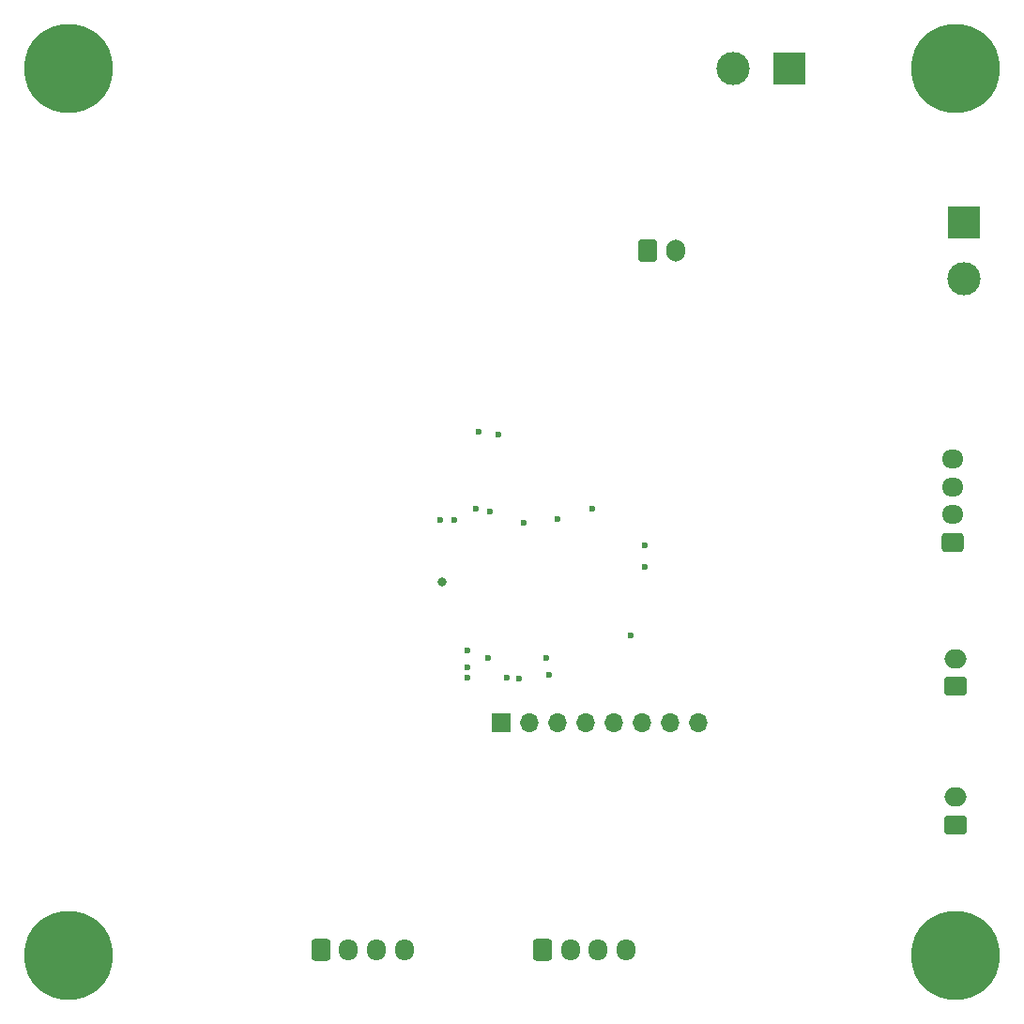
<source format=gbr>
%TF.GenerationSoftware,KiCad,Pcbnew,6.0.11-2627ca5db0~126~ubuntu22.04.1*%
%TF.CreationDate,2023-04-10T19:38:19+02:00*%
%TF.ProjectId,Slicor_carte_v_rin,536c6963-6f72-45f6-9361-7274655f76e9,rev?*%
%TF.SameCoordinates,Original*%
%TF.FileFunction,Copper,L3,Inr*%
%TF.FilePolarity,Positive*%
%FSLAX46Y46*%
G04 Gerber Fmt 4.6, Leading zero omitted, Abs format (unit mm)*
G04 Created by KiCad (PCBNEW 6.0.11-2627ca5db0~126~ubuntu22.04.1) date 2023-04-10 19:38:19*
%MOMM*%
%LPD*%
G01*
G04 APERTURE LIST*
G04 Aperture macros list*
%AMRoundRect*
0 Rectangle with rounded corners*
0 $1 Rounding radius*
0 $2 $3 $4 $5 $6 $7 $8 $9 X,Y pos of 4 corners*
0 Add a 4 corners polygon primitive as box body*
4,1,4,$2,$3,$4,$5,$6,$7,$8,$9,$2,$3,0*
0 Add four circle primitives for the rounded corners*
1,1,$1+$1,$2,$3*
1,1,$1+$1,$4,$5*
1,1,$1+$1,$6,$7*
1,1,$1+$1,$8,$9*
0 Add four rect primitives between the rounded corners*
20,1,$1+$1,$2,$3,$4,$5,0*
20,1,$1+$1,$4,$5,$6,$7,0*
20,1,$1+$1,$6,$7,$8,$9,0*
20,1,$1+$1,$8,$9,$2,$3,0*%
G04 Aperture macros list end*
%TA.AperFunction,ComponentPad*%
%ADD10RoundRect,0.250000X0.750000X-0.600000X0.750000X0.600000X-0.750000X0.600000X-0.750000X-0.600000X0*%
%TD*%
%TA.AperFunction,ComponentPad*%
%ADD11O,2.000000X1.700000*%
%TD*%
%TA.AperFunction,ComponentPad*%
%ADD12RoundRect,0.250000X0.725000X-0.600000X0.725000X0.600000X-0.725000X0.600000X-0.725000X-0.600000X0*%
%TD*%
%TA.AperFunction,ComponentPad*%
%ADD13O,1.950000X1.700000*%
%TD*%
%TA.AperFunction,ComponentPad*%
%ADD14C,0.900000*%
%TD*%
%TA.AperFunction,ComponentPad*%
%ADD15C,8.000000*%
%TD*%
%TA.AperFunction,ComponentPad*%
%ADD16R,3.000000X3.000000*%
%TD*%
%TA.AperFunction,ComponentPad*%
%ADD17C,3.000000*%
%TD*%
%TA.AperFunction,ComponentPad*%
%ADD18RoundRect,0.250000X-0.600000X-0.750000X0.600000X-0.750000X0.600000X0.750000X-0.600000X0.750000X0*%
%TD*%
%TA.AperFunction,ComponentPad*%
%ADD19O,1.700000X2.000000*%
%TD*%
%TA.AperFunction,ComponentPad*%
%ADD20RoundRect,0.250000X-0.600000X-0.725000X0.600000X-0.725000X0.600000X0.725000X-0.600000X0.725000X0*%
%TD*%
%TA.AperFunction,ComponentPad*%
%ADD21O,1.700000X1.950000*%
%TD*%
%TA.AperFunction,ComponentPad*%
%ADD22R,1.700000X1.700000*%
%TD*%
%TA.AperFunction,ComponentPad*%
%ADD23O,1.700000X1.700000*%
%TD*%
%TA.AperFunction,ViaPad*%
%ADD24C,0.600000*%
%TD*%
%TA.AperFunction,ViaPad*%
%ADD25C,0.800000*%
%TD*%
G04 APERTURE END LIST*
D10*
%TO.N,GND*%
%TO.C,J9*%
X140000000Y-115750000D03*
D11*
%TO.N,Contacteur_B*%
X140000000Y-113250000D03*
%TD*%
D10*
%TO.N,GND*%
%TO.C,J8*%
X140000000Y-128250000D03*
D11*
%TO.N,Contacteur_A*%
X140000000Y-125750000D03*
%TD*%
D12*
%TO.N,+5V*%
%TO.C,J5*%
X139750000Y-102750000D03*
D13*
%TO.N,A*%
X139750000Y-100250000D03*
%TO.N,B*%
X139750000Y-97750000D03*
%TO.N,GND*%
X139750000Y-95250000D03*
%TD*%
D14*
%TO.N,GND*%
%TO.C,H2*%
X57878680Y-142121320D03*
X62121320Y-137878680D03*
X63000000Y-140000000D03*
X60000000Y-137000000D03*
X57000000Y-140000000D03*
X62121320Y-142121320D03*
X60000000Y-143000000D03*
X57878680Y-137878680D03*
D15*
X60000000Y-140000000D03*
%TD*%
D16*
%TO.N,GND*%
%TO.C,J1*%
X125000000Y-60000000D03*
D17*
%TO.N,+24V*%
X119920000Y-60000000D03*
%TD*%
D14*
%TO.N,GND*%
%TO.C,H4*%
X142121320Y-62121320D03*
X143000000Y-60000000D03*
X137878680Y-62121320D03*
D15*
X140000000Y-60000000D03*
D14*
X140000000Y-63000000D03*
X140000000Y-57000000D03*
X142121320Y-57878680D03*
X137000000Y-60000000D03*
X137878680Y-57878680D03*
%TD*%
D18*
%TO.N,UART TX*%
%TO.C,J3*%
X112250000Y-76475000D03*
D19*
%TO.N,UART RX*%
X114750000Y-76475000D03*
%TD*%
D20*
%TO.N,Pwm_Bridge_A*%
%TO.C,J7*%
X82750000Y-139475000D03*
D21*
%TO.N,IN1_A*%
X85250000Y-139475000D03*
%TO.N,IN2_A*%
X87750000Y-139475000D03*
%TO.N,GND*%
X90250000Y-139475000D03*
%TD*%
D16*
%TO.N,GND*%
%TO.C,J2*%
X140750000Y-73920000D03*
D17*
%TO.N,+24V*%
X140750000Y-79000000D03*
%TD*%
D20*
%TO.N,Pwm_Bridge_B*%
%TO.C,J6*%
X102750000Y-139475000D03*
D21*
%TO.N,IN1_B*%
X105250000Y-139475000D03*
%TO.N,IN2_B*%
X107750000Y-139475000D03*
%TO.N,GND*%
X110250000Y-139475000D03*
%TD*%
D14*
%TO.N,GND*%
%TO.C,H1*%
X57878680Y-57878680D03*
X62121320Y-57878680D03*
X62121320Y-62121320D03*
X60000000Y-63000000D03*
X63000000Y-60000000D03*
X57000000Y-60000000D03*
X60000000Y-57000000D03*
D15*
X60000000Y-60000000D03*
D14*
X57878680Y-62121320D03*
%TD*%
D22*
%TO.N,+5V*%
%TO.C,J4*%
X99050000Y-119000000D03*
D23*
%TO.N,MISO*%
X101590000Y-119000000D03*
%TO.N,MOSI*%
X104130000Y-119000000D03*
%TO.N,SCK*%
X106670000Y-119000000D03*
%TO.N,RST*%
X109210000Y-119000000D03*
%TO.N,UART TX*%
X111750000Y-119000000D03*
%TO.N,UART RX*%
X114290000Y-119000000D03*
%TO.N,GND*%
X116830000Y-119000000D03*
%TD*%
D14*
%TO.N,GND*%
%TO.C,H3*%
X137000000Y-140000000D03*
X142121320Y-142121320D03*
X137878680Y-137878680D03*
X140000000Y-137000000D03*
D15*
X140000000Y-140000000D03*
D14*
X142121320Y-137878680D03*
X137878680Y-142121320D03*
X143000000Y-140000000D03*
X140000000Y-143000000D03*
%TD*%
D24*
%TO.N,Contacteur_A*%
X112000000Y-105000000D03*
%TO.N,Contacteur_B*%
X112000000Y-103000000D03*
D25*
%TO.N,GND*%
X93716000Y-106300000D03*
D24*
%TO.N,MISO*%
X103114000Y-113158000D03*
%TO.N,MOSI*%
X103368000Y-114682000D03*
%TO.N,RST*%
X101082000Y-100966000D03*
%TO.N,UART TX*%
X96764000Y-99696000D03*
%TO.N,UART RX*%
X110734000Y-111126000D03*
X97985266Y-99998734D03*
X104084000Y-100666000D03*
X107250000Y-99750000D03*
%TO.N,Pwm_Bridge_B*%
X97850000Y-113150000D03*
%TO.N,IN1_B*%
X99500000Y-115000000D03*
%TO.N,IN2_B*%
X100637500Y-115012500D03*
%TO.N,Pwm_Bridge_A*%
X96000000Y-112500000D03*
%TO.N,A*%
X94750000Y-100750000D03*
X98750000Y-93000000D03*
%TO.N,B*%
X97000000Y-92750000D03*
X93500000Y-100750000D03*
%TO.N,IN1_A*%
X96000000Y-114000000D03*
%TO.N,IN2_A*%
X96000000Y-115000000D03*
%TD*%
M02*

</source>
